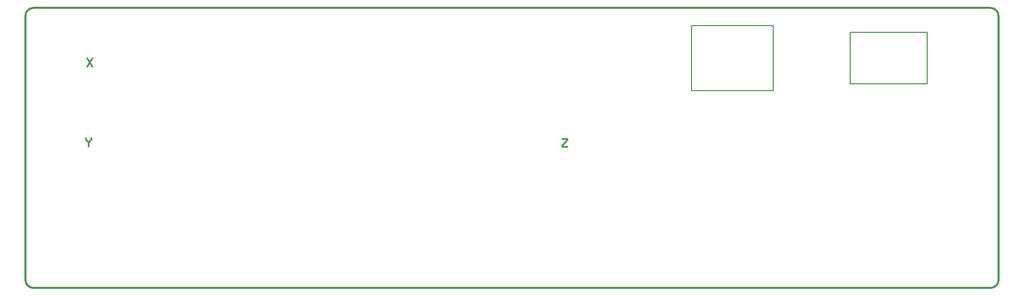
<source format=gto>
G04*
G04 #@! TF.GenerationSoftware,Altium Limited,Altium Designer,22.6.1 (34)*
G04*
G04 Layer_Color=65535*
%FSLAX43Y43*%
%MOMM*%
G71*
G04*
G04 #@! TF.SameCoordinates,99C1152C-6A39-4C0D-8BA1-0B4153190082*
G04*
G04*
G04 #@! TF.FilePolarity,Positive*
G04*
G01*
G75*
%ADD10C,0.400*%
%ADD11C,0.500*%
%ADD12C,0.250*%
D10*
X100400Y147399D02*
X101733Y145400D01*
Y147399D02*
X100400Y145400D01*
X100100Y127399D02*
Y127066D01*
X100766Y126400D01*
X101433Y127066D01*
Y127399D01*
X100766Y126400D02*
Y125400D01*
X219000Y127299D02*
X220333D01*
Y126966D01*
X219000Y125633D01*
Y125300D01*
X220333D01*
D11*
X87000Y160000D02*
G03*
X85000Y158000I0J-2000D01*
G01*
X328000D02*
G03*
X326000Y160000I-2000J0D01*
G01*
X326000Y90000D02*
G03*
X328000Y92000I0J2000D01*
G01*
X85000D02*
G03*
X87000Y90000I2000J0D01*
G01*
Y160000D02*
X326000D01*
X328000Y158000D02*
X328000Y92000D01*
X326000Y89987D02*
Y90000D01*
X87000Y90000D02*
X326000D01*
X85000Y92000D02*
Y158000D01*
D12*
X290900Y153950D02*
X290900Y141050D01*
X310100Y141050D01*
X310100Y153950D02*
X310100Y141050D01*
X290900Y153950D02*
X310100Y153950D01*
X251300Y139400D02*
X271700D01*
X251300D02*
Y155600D01*
X271700D01*
Y139400D02*
Y155600D01*
M02*

</source>
